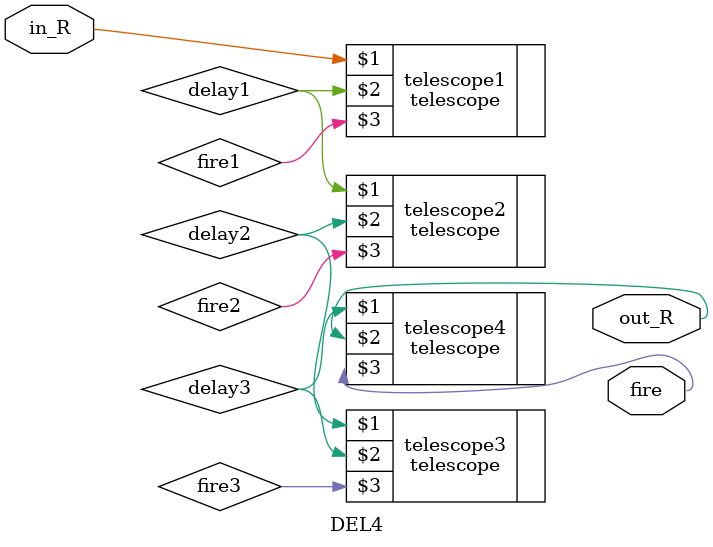
<source format=v>
 module DEL4(in_R, out_R, fire);      
       
     input in_R;     
     output fire, out_R;  
       
     wire delay1,delay2,delay3;  
     wire fire1,fire2,fire3;  
       
   telescope telescope1(in_R,    delay1, fire1);    
   telescope telescope2(delay1,  delay2, fire2);    
   telescope telescope3(delay2,  delay3, fire3);    
   telescope telescope4(delay3,  out_R,  fire);    
  endmodule  
       
       

</source>
